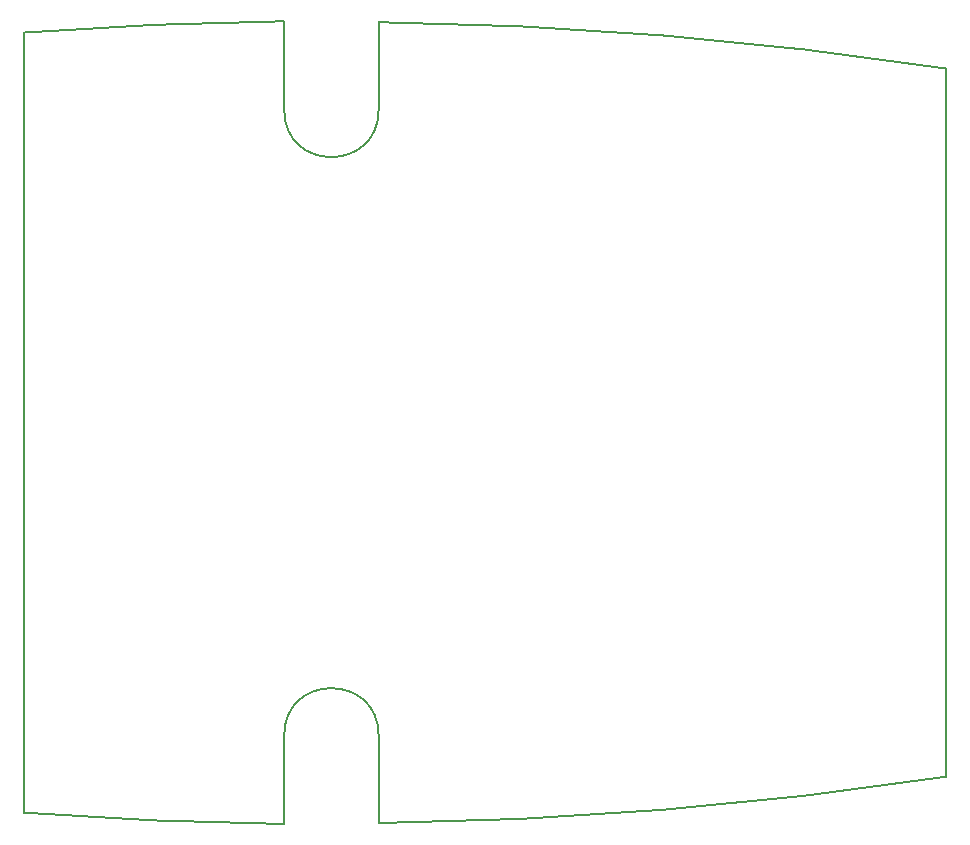
<source format=gm1>
G04 #@! TF.GenerationSoftware,KiCad,Pcbnew,5.1.5+dfsg1-2*
G04 #@! TF.CreationDate,2020-01-22T21:53:06+01:00*
G04 #@! TF.ProjectId,bt-trx-dev-board,62742d74-7278-42d6-9465-762d626f6172,5.0*
G04 #@! TF.SameCoordinates,Original*
G04 #@! TF.FileFunction,Profile,NP*
%FSLAX46Y46*%
G04 Gerber Fmt 4.6, Leading zero omitted, Abs format (unit mm)*
G04 Created by KiCad (PCBNEW 5.1.5+dfsg1-2) date 2020-01-22 21:53:06*
%MOMM*%
%LPD*%
G04 APERTURE LIST*
%ADD10C,0.150000*%
%ADD11C,0.200000*%
G04 APERTURE END LIST*
D10*
X120424391Y-66291943D02*
X120425000Y-66300000D01*
X150425000Y-65420000D02*
X150424059Y-65415204D01*
X198425000Y-69334046D02*
X198425000Y-69342000D01*
X120396148Y-132339967D02*
X120423310Y-132325000D01*
X142425000Y-72834046D02*
X142425000Y-65334046D01*
X120424391Y-66291943D02*
G75*
G02X142425000Y-65334046I26000609J-344042103D01*
G01*
X150424059Y-65415204D02*
G75*
G02X198425000Y-69334046I-3999059J-344918842D01*
G01*
X150425000Y-72834046D02*
X150425000Y-65420000D01*
X142425000Y-72834046D02*
G75*
G03X150425000Y-72834046I4000000J0D01*
G01*
X150424059Y-133218842D02*
G75*
G03X198425000Y-129300000I-3999059J344918842D01*
G01*
X142425000Y-125800000D02*
X142425000Y-133300000D01*
X150425000Y-125800000D02*
X150425000Y-133220000D01*
X142425000Y-125800000D02*
G75*
G02X150425000Y-125800000I4000000J0D01*
G01*
X120396148Y-132339967D02*
G75*
G03X142425000Y-133300000I26028852J344039967D01*
G01*
D11*
X198425000Y-129300000D02*
X198425000Y-69342000D01*
X120425000Y-66300000D02*
X120423310Y-132325000D01*
M02*

</source>
